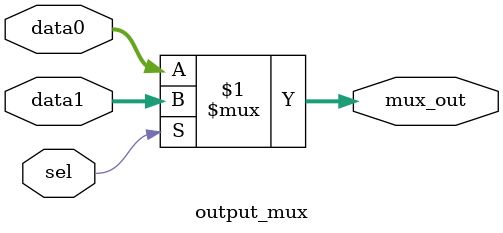
<source format=sv>
module pl_reg_muxin #(
    parameter W = 4  // 数据宽度参数
) (
    input              clk,     // 时钟信号
    input              sel,     // 选择信号
    input      [W-1:0] d0,      // 数据输入0
    input      [W-1:0] d1,      // 数据输入1
    output     [W-1:0] q        // 寄存器输出
);
    // 内部信号定义
    wire [W-1:0] d0_registered;
    wire [W-1:0] d1_registered;
    wire sel_registered;

    // 输入寄存模块实例化
    input_register #(
        .WIDTH(W)
    ) d0_reg_inst (
        .clk(clk),
        .data_in(d0),
        .data_out(d0_registered)
    );

    input_register #(
        .WIDTH(W)
    ) d1_reg_inst (
        .clk(clk),
        .data_in(d1),
        .data_out(d1_registered)
    );

    input_register #(
        .WIDTH(1)
    ) sel_reg_inst (
        .clk(clk),
        .data_in(sel),
        .data_out(sel_registered)
    );

    // 多路选择器模块实例化
    output_mux #(
        .WIDTH(W)
    ) output_mux_inst (
        .sel(sel_registered),
        .data0(d0_registered),
        .data1(d1_registered),
        .mux_out(q)
    );

endmodule

// 输入寄存器子模块 - 用于对输入信号进行寄存
module input_register #(
    parameter WIDTH = 4  // 可配置数据宽度
) (
    input                      clk,      // 时钟信号
    input      [WIDTH-1:0]     data_in,  // 数据输入
    output reg [WIDTH-1:0]     data_out  // 寄存器输出
);
    // 时序逻辑实现寄存器功能
    always @(posedge clk) begin
        data_out <= data_in;
    end
endmodule

// 输出多路选择器子模块 - 用于选择寄存后的输入
module output_mux #(
    parameter WIDTH = 4  // 可配置数据宽度
) (
    input                  sel,      // 选择信号
    input      [WIDTH-1:0] data0,    // 数据输入0
    input      [WIDTH-1:0] data1,    // 数据输入1
    output     [WIDTH-1:0] mux_out   // 多路选择器输出
);
    // 组合逻辑实现多路选择
    assign mux_out = sel ? data1 : data0;
endmodule
</source>
